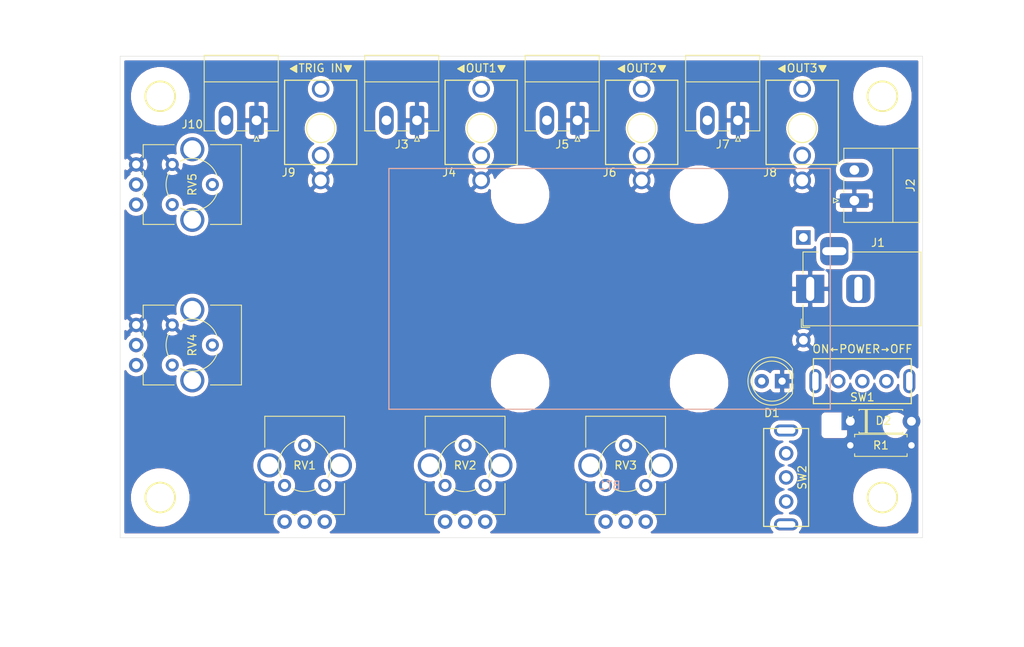
<source format=kicad_pcb>
(kicad_pcb (version 20171130) (host pcbnew "(5.1.2-1)-1")
  (layers (0 F.Cu signal hide) (31 B.Cu signal hide) (34 B.Paste user) (35 F.Paste user) (36 B.SilkS user) (37 F.SilkS user) (38 B.Mask user) (39 F.Mask user) (44 Edge.Cuts user))
  (net 0 "")
  (net 1 BAT+)
  (net 2 GND)
  (net 3 VCC)
  (net 4 "Net-(C4-Pad1)")
  (net 5 TIM1_IN)
  (net 6 "Net-(C5-Pad1)")
  (net 7 "Net-(C6-Pad1)")
  (net 8 "Net-(C7-Pad1)")
  (net 9 TIM2_IN)
  (net 10 "Net-(C8-Pad1)")
  (net 11 "Net-(C9-Pad1)")
  (net 12 "Net-(C10-Pad1)")
  (net 13 TIM3_IN)
  (net 14 "Net-(D1-Pad2)")
  (net 15 "Net-(D2-Pad2)")
  (net 16 "Net-(D4-Pad2)")
  (net 17 "Net-(D5-Pad2)")
  (net 18 "Net-(D6-Pad2)")
  (net 19 "Net-(D7-Pad2)")
  (net 20 "Net-(D8-Pad2)")
  (net 21 "Net-(J1-Pad2)")
  (net 22 "Net-(J3-Pad2)")
  (net 23 "Net-(J4-Pad3)")
  (net 24 "Net-(J5-Pad2)")
  (net 25 "Net-(J6-Pad3)")
  (net 26 "Net-(J7-Pad2)")
  (net 27 "Net-(J8-Pad3)")
  (net 28 "Net-(J10-Pad2)")
  (net 29 "Net-(J9-Pad3)")
  (net 30 555_RESET)
  (net 31 STOP_RETRIG)
  (net 32 "Net-(Q3-Pad2)")
  (net 33 TRIGGER)
  (net 34 "Net-(R21-Pad2)")
  (net 35 "Net-(R23-Pad2)")
  (net 36 "Net-(R25-Pad2)")
  (net 37 THRESH)
  (net 38 "Net-(RV4-Pad2)")
  (net 39 "Net-(RV5-Pad2)")
  (net 40 "Net-(SW1-Pad3)")
  (net 41 "Net-(C2-Pad1)")
  (net 42 "Net-(C3-Pad1)")
  (net 43 "Net-(C11-Pad2)")
  (net 44 "Net-(D3-Pad2)")
  (net 45 "Net-(Q1-Pad3)")
  (net 46 "Net-(Q2-Pad2)")
  (net 47 "Net-(R4-Pad1)")
  (net 48 "Net-(R5-Pad2)")
  (net 49 "Net-(R7-Pad2)")
  (net 50 "Net-(R11-Pad1)")
  (net 51 "Net-(R12-Pad2)")
  (net 52 "Net-(R14-Pad2)")
  (net 53 "Net-(R17-Pad2)")
  (net 54 "Net-(R18-Pad1)")
  (net 55 "Net-(R19-Pad2)")
  (net 56 "Net-(R27-Pad2)")
  (module HammerheadAudio:M3_MOUNT (layer F.Cu) (at 55 105)
    (fp_text reference H1 hide)
    (fp_text value MountingHole hide)
    (pad "" np_thru_hole circle (at 0 0) (size 3.302 3.302) (drill 3.302) (layers *.Cu *.Mask) (clearance 2))
  )
  (module HammerheadAudio:M3_MOUNT (layer F.Cu) (at 145 55)
    (fp_text reference H2 hide)
    (fp_text value MountingHole hide)
    (pad "" np_thru_hole circle (at 0 0) (size 3.302 3.302) (drill 3.302) (layers *.Cu *.Mask) (clearance 2))
  )
  (module HammerheadAudio:M3_MOUNT (layer F.Cu) (at 145 105)
    (fp_text reference H3 hide)
    (fp_text value MountingHole hide)
    (pad "" np_thru_hole circle (at 0 0) (size 3.302 3.302) (drill 3.302) (layers *.Cu *.Mask) (clearance 2))
  )
  (module HammerheadAudio:M3_MOUNT (layer F.Cu) (at 55 55)
    (fp_text reference H4 hide)
    (fp_text value MountingHole hide)
    (pad "" np_thru_hole circle (at 0 0) (size 3.302 3.302) (drill 3.302) (layers *.Cu *.Mask) (clearance 2))
  )
  (module Connector_BarrelJack:BarrelJack_Horizontal (layer F.Cu) (at 136 79 180)
    (fp_text reference J1 (at -8.45 5.75) (layer F.SilkS))
    (fp_text value 9V_JACK)
    (pad 1 thru_hole rect (at 0 0 180) (size 3.5 3.5) (drill oval 1 3) (layers *.Cu *.Mask) (net 2 GND))
    (pad 2 thru_hole roundrect (at -6 0 180) (size 3 3.5) (drill oval 1 3) (layers *.Cu *.Mask) (net 21 "Net-(J1-Pad2)"))
    (pad 3 thru_hole roundrect (at -3 4.7 180) (size 3.5 3.5) (drill oval 3 1) (layers *.Cu *.Mask) (net 1 BAT+))
  )
  (module Connector_Phoenix_MC:PhoenixContact_MC_1,5_2-G-3.81_1x02_P3.81mm_Horizontal (layer F.Cu) (at 141.5 68 90)
    (fp_text reference J2 (at 1.9 7 90) (layer F.SilkS))
    (fp_text value PWR_IN_PHNX)
    (pad 2 thru_hole oval (at 3.81 0 90) (size 1.8 3.6) (drill 1.2) (layers *.Cu *.Mask) (net 21 "Net-(J1-Pad2)"))
    (pad 1 thru_hole roundrect (at 0 0 90) (size 1.8 3.6) (drill 1.2) (layers *.Cu *.Mask) (roundrect_rratio 0.138889) (net 2 GND))
  )
  (module HammerheadAudio:PTV09_PT6_Stacked (layer F.Cu) (at 73 108 90)
    (fp_text reference RV1 (at 7 0 180) (layer F.SilkS))
    (fp_text value 1M_TIM1)
    (pad 1 thru_hole circle (at 4.5 -2.5 90) (size 1.62 1.62) (drill 0.9) (layers *.Cu *.Mask) (net 47 "Net-(R4-Pad1)"))
    (pad 3 thru_hole circle (at 4.5 2.5 90) (size 1.62 1.62) (drill 0.9) (layers *.Cu *.Mask) (net 3 VCC))
    (pad 2 thru_hole circle (at 9.5 0 90) (size 1.62 1.62) (drill 0.9) (layers *.Cu *.Mask) (net 3 VCC))
    (pad 1 thru_hole circle (at 0 -2.5 90) (size 1.8 1.8) (drill 1) (layers *.Cu *.Mask) (net 47 "Net-(R4-Pad1)"))
    (pad 2 thru_hole circle (at 0 0 90) (size 1.8 1.8) (drill 1) (layers *.Cu *.Mask) (net 3 VCC))
    (pad 3 thru_hole circle (at 0 2.5 90) (size 1.8 1.8) (drill 1) (layers *.Cu *.Mask) (net 3 VCC))
    (pad "" thru_hole circle (at 7 -4.4 90) (size 3 3) (drill 2.2) (layers *.Cu *.Mask))
    (pad "" thru_hole circle (at 7 4.4 90) (size 3 3) (drill 2.2) (layers *.Cu *.Mask))
  )
  (module HammerheadAudio:PTV09_PT6_Stacked (layer F.Cu) (at 93 108 90)
    (fp_text reference RV2 (at 7 0 180) (layer F.SilkS))
    (fp_text value 1M_TIM2)
    (pad "" thru_hole circle (at 7 4.4 90) (size 3 3) (drill 2.2) (layers *.Cu *.Mask))
    (pad "" thru_hole circle (at 7 -4.4 90) (size 3 3) (drill 2.2) (layers *.Cu *.Mask))
    (pad 3 thru_hole circle (at 0 2.5 90) (size 1.8 1.8) (drill 1) (layers *.Cu *.Mask) (net 3 VCC))
    (pad 2 thru_hole circle (at 0 0 90) (size 1.8 1.8) (drill 1) (layers *.Cu *.Mask) (net 3 VCC))
    (pad 1 thru_hole circle (at 0 -2.5 90) (size 1.8 1.8) (drill 1) (layers *.Cu *.Mask) (net 50 "Net-(R11-Pad1)"))
    (pad 2 thru_hole circle (at 9.5 0 90) (size 1.62 1.62) (drill 0.9) (layers *.Cu *.Mask) (net 3 VCC))
    (pad 3 thru_hole circle (at 4.5 2.5 90) (size 1.62 1.62) (drill 0.9) (layers *.Cu *.Mask) (net 3 VCC))
    (pad 1 thru_hole circle (at 4.5 -2.5 90) (size 1.62 1.62) (drill 0.9) (layers *.Cu *.Mask) (net 50 "Net-(R11-Pad1)"))
  )
  (module HammerheadAudio:PTV09_PT6_Stacked (layer F.Cu) (at 113 108 90)
    (fp_text reference RV3 (at 7 0 180) (layer F.SilkS))
    (fp_text value 1M_TIM3)
    (pad 1 thru_hole circle (at 4.5 -2.5 90) (size 1.62 1.62) (drill 0.9) (layers *.Cu *.Mask) (net 54 "Net-(R18-Pad1)"))
    (pad 3 thru_hole circle (at 4.5 2.5 90) (size 1.62 1.62) (drill 0.9) (layers *.Cu *.Mask) (net 3 VCC))
    (pad 2 thru_hole circle (at 9.5 0 90) (size 1.62 1.62) (drill 0.9) (layers *.Cu *.Mask) (net 3 VCC))
    (pad 1 thru_hole circle (at 0 -2.5 90) (size 1.8 1.8) (drill 1) (layers *.Cu *.Mask) (net 54 "Net-(R18-Pad1)"))
    (pad 2 thru_hole circle (at 0 0 90) (size 1.8 1.8) (drill 1) (layers *.Cu *.Mask) (net 3 VCC))
    (pad 3 thru_hole circle (at 0 2.5 90) (size 1.8 1.8) (drill 1) (layers *.Cu *.Mask) (net 3 VCC))
    (pad "" thru_hole circle (at 7 -4.4 90) (size 3 3) (drill 2.2) (layers *.Cu *.Mask))
    (pad "" thru_hole circle (at 7 4.4 90) (size 3 3) (drill 2.2) (layers *.Cu *.Mask))
  )
  (module HammerheadAudio:PTV09_PT6_Stacked (layer F.Cu) (at 52 86)
    (fp_text reference RV4 (at 7 0 270) (layer F.SilkS))
    (fp_text value 1M_THRESH)
    (pad "" thru_hole circle (at 7 4.4) (size 3 3) (drill 2.2) (layers *.Cu *.Mask))
    (pad "" thru_hole circle (at 7 -4.4) (size 3 3) (drill 2.2) (layers *.Cu *.Mask))
    (pad 3 thru_hole circle (at 0 2.5) (size 1.8 1.8) (drill 1) (layers *.Cu *.Mask) (net 3 VCC))
    (pad 2 thru_hole circle (at 0 0) (size 1.8 1.8) (drill 1) (layers *.Cu *.Mask) (net 38 "Net-(RV4-Pad2)"))
    (pad 1 thru_hole circle (at 0 -2.5) (size 1.8 1.8) (drill 1) (layers *.Cu *.Mask) (net 2 GND))
    (pad 2 thru_hole circle (at 9.5 0) (size 1.62 1.62) (drill 0.9) (layers *.Cu *.Mask) (net 38 "Net-(RV4-Pad2)"))
    (pad 3 thru_hole circle (at 4.5 2.5) (size 1.62 1.62) (drill 0.9) (layers *.Cu *.Mask) (net 3 VCC))
    (pad 1 thru_hole circle (at 4.5 -2.5) (size 1.62 1.62) (drill 0.9) (layers *.Cu *.Mask) (net 2 GND))
  )
  (module HammerheadAudio:PTV09_PT6_Stacked (layer F.Cu) (at 52 66)
    (fp_text reference RV5 (at 7 0 270) (layer F.SilkS))
    (fp_text value 1M_TRIM)
    (pad "" thru_hole circle (at 7 4.4) (size 3 3) (drill 2.2) (layers *.Cu *.Mask))
    (pad "" thru_hole circle (at 7 -4.4) (size 3 3) (drill 2.2) (layers *.Cu *.Mask))
    (pad 3 thru_hole circle (at 0 2.5) (size 1.8 1.8) (drill 1) (layers *.Cu *.Mask) (net 28 "Net-(J10-Pad2)"))
    (pad 2 thru_hole circle (at 0 0) (size 1.8 1.8) (drill 1) (layers *.Cu *.Mask) (net 39 "Net-(RV5-Pad2)"))
    (pad 1 thru_hole circle (at 0 -2.5) (size 1.8 1.8) (drill 1) (layers *.Cu *.Mask) (net 2 GND))
    (pad 2 thru_hole circle (at 9.5 0) (size 1.62 1.62) (drill 0.9) (layers *.Cu *.Mask) (net 39 "Net-(RV5-Pad2)"))
    (pad 3 thru_hole circle (at 4.5 2.5) (size 1.62 1.62) (drill 0.9) (layers *.Cu *.Mask) (net 28 "Net-(J10-Pad2)"))
    (pad 1 thru_hole circle (at 4.5 -2.5) (size 1.62 1.62) (drill 0.9) (layers *.Cu *.Mask) (net 2 GND))
  )
  (module HammerheadAudio:Tayda_Slide_SPDT (layer F.Cu) (at 142.5 90.5)
    (fp_text reference SW1 (at 0 2) (layer F.SilkS))
    (fp_text value SW_SPDT)
    (pad "" thru_hole oval (at -5.85 0) (size 1.5 3) (drill oval 0.8 2.3) (layers *.Cu *.Mask))
    (pad "" thru_hole oval (at 5.85 0) (size 1.5 3) (drill oval 0.8 2.3) (layers *.Cu *.Mask))
    (pad 3 thru_hole circle (at 3 0) (size 1.8 1.8) (drill 1.1) (layers *.Cu *.Mask) (net 40 "Net-(SW1-Pad3)"))
    (pad 2 thru_hole circle (at 0 0) (size 1.8 1.8) (drill 1.1) (layers *.Cu *.Mask) (net 21 "Net-(J1-Pad2)"))
    (pad 1 thru_hole circle (at -3 0) (size 1.8 1.8) (drill 1.1) (layers *.Cu *.Mask) (net 15 "Net-(D2-Pad2)"))
  )
  (module HammerheadAudio:Tayda_Slide_SPDT (layer F.Cu) (at 133 102.5 270)
    (fp_text reference SW2 (at 0 -2 90) (layer F.SilkS))
    (fp_text value RETRIG_MODE)
    (pad 1 thru_hole circle (at -3 0 270) (size 1.8 1.8) (drill 1.1) (layers *.Cu *.Mask) (net 5 TIM1_IN))
    (pad 2 thru_hole circle (at 0 0 270) (size 1.8 1.8) (drill 1.1) (layers *.Cu *.Mask) (net 45 "Net-(Q1-Pad3)"))
    (pad 3 thru_hole circle (at 3 0 270) (size 1.8 1.8) (drill 1.1) (layers *.Cu *.Mask) (net 46 "Net-(Q2-Pad2)"))
    (pad "" thru_hole oval (at 5.85 0 270) (size 1.5 3) (drill oval 0.8 2.3) (layers *.Cu *.Mask))
    (pad "" thru_hole oval (at -5.85 0 270) (size 1.5 3) (drill oval 0.8 2.3) (layers *.Cu *.Mask))
  )
  (module HammerheadAudio:9V_Clip_Nicer_Fixed (layer B.Cu) (at 111 79)
    (fp_text reference BT1 (at 0 24.5) (layer B.SilkS) (effects (justify mirror)))
    (fp_text value Battery)
    (pad 1 thru_hole rect (at 24.15 -6.4) (size 1.8 1.8) (drill 1.1) (layers *.Cu *.Mask) (net 1 BAT+))
    (pad 2 thru_hole circle (at 24.15 6.4) (size 1.8 1.8) (drill 1.1) (layers *.Cu *.Mask) (net 2 GND))
    (pad "" np_thru_hole circle (at 11.15 11.75) (size 3.3 3.3) (drill 3.3) (layers *.Cu *.Mask) (clearance 2))
    (pad "" np_thru_hole circle (at -11.15 11.75) (size 3.3 3.3) (drill 3.3) (layers *.Cu *.Mask) (clearance 2))
    (pad "" np_thru_hole circle (at -11.15 -11.75) (size 3.3 3.3) (drill 3.3) (layers *.Cu *.Mask) (clearance 2))
    (pad "" np_thru_hole circle (at 11.15 -11.75) (size 3.3 3.3) (drill 3.3) (layers *.Cu *.Mask) (clearance 2))
  )
  (module Capacitor_THT:CP_Radial_D6.3mm_P2.50mm (layer F.Cu) (at 242.530242 100.105001)
    (fp_text reference C1 (at 1.25 -4.4) (layer F.SilkS))
    (fp_text value 10uf)
    (pad 1 thru_hole rect (at 0 0) (size 1.6 1.6) (drill 0.8) (layers *.Cu *.Mask) (net 3 VCC))
    (pad 2 thru_hole circle (at 2.5 0) (size 1.6 1.6) (drill 0.8) (layers *.Cu *.Mask) (net 2 GND))
  )
  (module Capacitor_THT:C_Disc_D3.0mm_W2.0mm_P2.50mm (layer F.Cu) (at 253.845001 83.305001)
    (fp_text reference C2 (at 1.25 -2.25) (layer F.SilkS))
    (fp_text value 0.1uf)
    (pad 1 thru_hole circle (at 0 0) (size 1.6 1.6) (drill 0.8) (layers *.Cu *.Mask) (net 41 "Net-(C2-Pad1)"))
    (pad 2 thru_hole circle (at 2.5 0) (size 1.6 1.6) (drill 0.8) (layers *.Cu *.Mask) (net 2 GND))
  )
  (module Capacitor_THT:C_Disc_D3.0mm_W2.0mm_P2.50mm (layer F.Cu) (at 230.525001 110.105001)
    (fp_text reference C3 (at 1.25 -2.25) (layer F.SilkS))
    (fp_text value 0.1uf)
    (pad 2 thru_hole circle (at 2.5 0) (size 1.6 1.6) (drill 0.8) (layers *.Cu *.Mask) (net 5 TIM1_IN))
    (pad 1 thru_hole circle (at 0 0) (size 1.6 1.6) (drill 0.8) (layers *.Cu *.Mask) (net 42 "Net-(C3-Pad1)"))
  )
  (module Capacitor_THT:CP_Radial_D6.3mm_P2.50mm (layer F.Cu) (at 262.790242 85.455001)
    (fp_text reference C4 (at 1.25 -4.4) (layer F.SilkS))
    (fp_text value 10uf)
    (pad 2 thru_hole circle (at 2.5 0) (size 1.6 1.6) (drill 0.8) (layers *.Cu *.Mask) (net 2 GND))
    (pad 1 thru_hole rect (at 0 0) (size 1.6 1.6) (drill 0.8) (layers *.Cu *.Mask) (net 4 "Net-(C4-Pad1)"))
  )
  (module Capacitor_THT:C_Disc_D3.0mm_W2.0mm_P2.50mm (layer F.Cu) (at 283.935001 59.375001)
    (fp_text reference C5 (at 1.25 -2.25) (layer F.SilkS))
    (fp_text value 0.1uf)
    (pad 1 thru_hole circle (at 0 0) (size 1.6 1.6) (drill 0.8) (layers *.Cu *.Mask) (net 6 "Net-(C5-Pad1)"))
    (pad 2 thru_hole circle (at 2.5 0) (size 1.6 1.6) (drill 0.8) (layers *.Cu *.Mask) (net 2 GND))
  )
  (module Capacitor_THT:C_Disc_D3.0mm_W2.0mm_P2.50mm (layer F.Cu) (at 283.935001 62.925001)
    (fp_text reference C6 (at 1.25 -2.25) (layer F.SilkS))
    (fp_text value 0.1uf)
    (pad 2 thru_hole circle (at 2.5 0) (size 1.6 1.6) (drill 0.8) (layers *.Cu *.Mask) (net 9 TIM2_IN))
    (pad 1 thru_hole circle (at 0 0) (size 1.6 1.6) (drill 0.8) (layers *.Cu *.Mask) (net 7 "Net-(C6-Pad1)"))
  )
  (module Capacitor_THT:CP_Radial_D6.3mm_P2.50mm (layer F.Cu) (at 242.530242 107.955001)
    (fp_text reference C7 (at 1.25 -4.4) (layer F.SilkS))
    (fp_text value 10uf)
    (pad 1 thru_hole rect (at 0 0) (size 1.6 1.6) (drill 0.8) (layers *.Cu *.Mask) (net 8 "Net-(C7-Pad1)"))
    (pad 2 thru_hole circle (at 2.5 0) (size 1.6 1.6) (drill 0.8) (layers *.Cu *.Mask) (net 2 GND))
  )
  (module Capacitor_THT:C_Disc_D3.0mm_W2.0mm_P2.50mm (layer F.Cu) (at 283.935001 66.475001)
    (fp_text reference C8 (at 1.25 -2.25) (layer F.SilkS))
    (fp_text value 0.1uf)
    (pad 1 thru_hole circle (at 0 0) (size 1.6 1.6) (drill 0.8) (layers *.Cu *.Mask) (net 10 "Net-(C8-Pad1)"))
    (pad 2 thru_hole circle (at 2.5 0) (size 1.6 1.6) (drill 0.8) (layers *.Cu *.Mask) (net 2 GND))
  )
  (module Capacitor_THT:C_Disc_D3.0mm_W2.0mm_P2.50mm (layer F.Cu) (at 197.395001 100.395001)
    (fp_text reference C9 (at 1.25 -2.25) (layer F.SilkS))
    (fp_text value 0.1uf)
    (pad 2 thru_hole circle (at 2.5 0) (size 1.6 1.6) (drill 0.8) (layers *.Cu *.Mask) (net 13 TIM3_IN))
    (pad 1 thru_hole circle (at 0 0) (size 1.6 1.6) (drill 0.8) (layers *.Cu *.Mask) (net 11 "Net-(C9-Pad1)"))
  )
  (module Capacitor_THT:CP_Radial_D6.3mm_P2.50mm (layer F.Cu) (at 252.020242 93.555001)
    (fp_text reference C10 (at 1.25 -4.4) (layer F.SilkS))
    (fp_text value 10uf)
    (pad 2 thru_hole circle (at 2.5 0) (size 1.6 1.6) (drill 0.8) (layers *.Cu *.Mask) (net 2 GND))
    (pad 1 thru_hole rect (at 0 0) (size 1.6 1.6) (drill 0.8) (layers *.Cu *.Mask) (net 12 "Net-(C10-Pad1)"))
  )
  (module Capacitor_THT:C_Disc_D3.0mm_W2.0mm_P2.50mm (layer F.Cu) (at 277.035001 78.505001)
    (fp_text reference C11 (at 1.25 -2.25) (layer F.SilkS))
    (fp_text value 0.1uf)
    (pad 1 thru_hole circle (at 0 0) (size 1.6 1.6) (drill 0.8) (layers *.Cu *.Mask) (net 3 VCC))
    (pad 2 thru_hole circle (at 2.5 0) (size 1.6 1.6) (drill 0.8) (layers *.Cu *.Mask) (net 43 "Net-(C11-Pad2)"))
  )
  (module LED_THT:LED_D5.0mm (layer F.Cu) (at 132.5 90.5 180)
    (fp_text reference D1 (at 1.27 -3.96) (layer F.SilkS))
    (fp_text value PWR_IND)
    (pad 2 thru_hole circle (at 2.54 0 180) (size 1.8 1.8) (drill 0.9) (layers *.Cu *.Mask) (net 14 "Net-(D1-Pad2)"))
    (pad 1 thru_hole rect (at 0 0 180) (size 1.8 1.8) (drill 0.9) (layers *.Cu *.Mask) (net 2 GND))
  )
  (module Diode_THT:D_DO-41_SOD81_P7.62mm_Horizontal (layer F.Cu) (at 141 95.5)
    (fp_text reference D2 (at 4.124999 -0.075001) (layer F.SilkS))
    (fp_text value 1N4001)
    (fp_text user K (at 0 -0.075001) (layer F.SilkS))
    (pad 1 thru_hole rect (at 0 0) (size 2.2 2.2) (drill 1.1) (layers *.Cu *.Mask) (net 3 VCC))
    (pad 2 thru_hole oval (at 7.62 0) (size 2.2 2.2) (drill 1.1) (layers *.Cu *.Mask) (net 15 "Net-(D2-Pad2)"))
  )
  (module LED_THT:LED_D5.0mm (layer F.Cu) (at 270.435001 82.075001)
    (fp_text reference D3 (at 1.27 -3.96) (layer F.SilkS))
    (fp_text value TIM1_IND)
    (pad 1 thru_hole rect (at 0 0) (size 1.8 1.8) (drill 0.9) (layers *.Cu *.Mask) (net 2 GND))
    (pad 2 thru_hole circle (at 2.54 0) (size 1.8 1.8) (drill 0.9) (layers *.Cu *.Mask) (net 44 "Net-(D3-Pad2)"))
  )
  (module LED_THT:LED_D5.0mm (layer F.Cu) (at 259.665001 93.405001)
    (fp_text reference D4 (at 1.27 -3.96) (layer F.SilkS))
    (fp_text value TIM2_IND)
    (pad 1 thru_hole rect (at 0 0) (size 1.8 1.8) (drill 0.9) (layers *.Cu *.Mask) (net 2 GND))
    (pad 2 thru_hole circle (at 2.54 0) (size 1.8 1.8) (drill 0.9) (layers *.Cu *.Mask) (net 16 "Net-(D4-Pad2)"))
  )
  (module LED_THT:LED_D5.0mm (layer F.Cu) (at 276.685001 72.955001)
    (fp_text reference D5 (at 1.27 -3.96) (layer F.SilkS))
    (fp_text value TIM3_IND)
    (pad 2 thru_hole circle (at 2.54 0) (size 1.8 1.8) (drill 0.9) (layers *.Cu *.Mask) (net 17 "Net-(D5-Pad2)"))
    (pad 1 thru_hole rect (at 0 0) (size 1.8 1.8) (drill 0.9) (layers *.Cu *.Mask) (net 2 GND))
  )
  (module LED_THT:LED_D5.0mm (layer F.Cu) (at 257.675001 101.255001)
    (fp_text reference D6 (at 1.27 -3.96) (layer F.SilkS))
    (fp_text value THRESH_IND)
    (pad 1 thru_hole rect (at 0 0) (size 1.8 1.8) (drill 0.9) (layers *.Cu *.Mask) (net 2 GND))
    (pad 2 thru_hole circle (at 2.54 0) (size 1.8 1.8) (drill 0.9) (layers *.Cu *.Mask) (net 18 "Net-(D6-Pad2)"))
  )
  (module LED_THT:LED_D5.0mm (layer F.Cu) (at 250.175001 108.805001)
    (fp_text reference D7 (at 1.27 -3.96) (layer F.SilkS))
    (fp_text value INPUT_IND)
    (pad 2 thru_hole circle (at 2.54 0) (size 1.8 1.8) (drill 0.9) (layers *.Cu *.Mask) (net 19 "Net-(D7-Pad2)"))
    (pad 1 thru_hole rect (at 0 0) (size 1.8 1.8) (drill 0.9) (layers *.Cu *.Mask) (net 2 GND))
  )
  (module LED_THT:LED_D5.0mm (layer F.Cu) (at 250.175001 101.255001)
    (fp_text reference D8 (at 1.27 -3.96) (layer F.SilkS))
    (fp_text value TRIG_IND)
    (pad 1 thru_hole rect (at 0 0) (size 1.8 1.8) (drill 0.9) (layers *.Cu *.Mask) (net 2 GND))
    (pad 2 thru_hole circle (at 2.54 0) (size 1.8 1.8) (drill 0.9) (layers *.Cu *.Mask) (net 20 "Net-(D8-Pad2)"))
  )
  (module Diode_THT:D_DO-35_SOD27_P7.62mm_Horizontal (layer F.Cu) (at 208.985001 105.925001)
    (fp_text reference D9 (at 4.014999 0.074999) (layer F.SilkS))
    (fp_text value 1N914)
    (fp_text user K (at 0 0.074999) (layer F.SilkS))
    (pad 1 thru_hole rect (at 0 0) (size 1.6 1.6) (drill 0.8) (layers *.Cu *.Mask) (net 43 "Net-(C11-Pad2)"))
    (pad 2 thru_hole oval (at 7.62 0) (size 1.6 1.6) (drill 0.8) (layers *.Cu *.Mask) (net 2 GND))
  )
  (module Connector_Phoenix_MC:PhoenixContact_MC_1,5_2-G-3.81_1x02_P3.81mm_Horizontal (layer F.Cu) (at 87 58 180)
    (fp_text reference J3 (at 1.9 -3) (layer F.SilkS))
    (fp_text value OUT1_PHNX)
    (pad 2 thru_hole oval (at 3.81 0 180) (size 1.8 3.6) (drill 1.2) (layers *.Cu *.Mask) (net 22 "Net-(J3-Pad2)"))
    (pad 1 thru_hole roundrect (at 0 0 180) (size 1.8 3.6) (drill 1.2) (layers *.Cu *.Mask) (roundrect_rratio 0.138889) (net 2 GND))
  )
  (module HammerheadAudio:EuroJack_MonoSW_THT (layer F.Cu) (at 95 59)
    (fp_text reference J4 (at -4 5.5) (layer F.SilkS))
    (fp_text value OUT1_3.5mm)
    (pad 2 thru_hole circle (at 0 6.48) (size 2.2 2.2) (drill 1.5) (layers *.Cu *.Mask) (net 2 GND))
    (pad 3 thru_hole circle (at 0 3.38) (size 2.2 2.2) (drill 1.5) (layers *.Cu *.Mask) (net 23 "Net-(J4-Pad3)"))
    (pad 1 thru_hole circle (at 0 -4.92) (size 2.2 2.2) (drill 1.5) (layers *.Cu *.Mask) (net 22 "Net-(J3-Pad2)"))
    (pad "" np_thru_hole circle (at 0 0) (size 3 3) (drill 3) (layers *.Cu *.Mask))
  )
  (module Connector_Phoenix_MC:PhoenixContact_MC_1,5_2-G-3.81_1x02_P3.81mm_Horizontal (layer F.Cu) (at 107 58 180)
    (fp_text reference J5 (at 1.9 -3) (layer F.SilkS))
    (fp_text value OUT2_PHNX)
    (pad 1 thru_hole roundrect (at 0 0 180) (size 1.8 3.6) (drill 1.2) (layers *.Cu *.Mask) (roundrect_rratio 0.138889) (net 2 GND))
    (pad 2 thru_hole oval (at 3.81 0 180) (size 1.8 3.6) (drill 1.2) (layers *.Cu *.Mask) (net 24 "Net-(J5-Pad2)"))
  )
  (module HammerheadAudio:EuroJack_MonoSW_THT (layer F.Cu) (at 115 59)
    (fp_text reference J6 (at -4 5.5) (layer F.SilkS))
    (fp_text value OUT2_3.5mm)
    (pad "" np_thru_hole circle (at 0 0) (size 3 3) (drill 3) (layers *.Cu *.Mask))
    (pad 1 thru_hole circle (at 0 -4.92) (size 2.2 2.2) (drill 1.5) (layers *.Cu *.Mask) (net 24 "Net-(J5-Pad2)"))
    (pad 3 thru_hole circle (at 0 3.38) (size 2.2 2.2) (drill 1.5) (layers *.Cu *.Mask) (net 25 "Net-(J6-Pad3)"))
    (pad 2 thru_hole circle (at 0 6.48) (size 2.2 2.2) (drill 1.5) (layers *.Cu *.Mask) (net 2 GND))
  )
  (module Connector_Phoenix_MC:PhoenixContact_MC_1,5_2-G-3.81_1x02_P3.81mm_Horizontal (layer F.Cu) (at 127 58 180)
    (fp_text reference J7 (at 1.9 -3) (layer F.SilkS))
    (fp_text value OUT3_PHNX)
    (pad 2 thru_hole oval (at 3.81 0 180) (size 1.8 3.6) (drill 1.2) (layers *.Cu *.Mask) (net 26 "Net-(J7-Pad2)"))
    (pad 1 thru_hole roundrect (at 0 0 180) (size 1.8 3.6) (drill 1.2) (layers *.Cu *.Mask) (roundrect_rratio 0.138889) (net 2 GND))
  )
  (module HammerheadAudio:EuroJack_MonoSW_THT (layer F.Cu) (at 135 59)
    (fp_text reference J8 (at -4 5.5) (layer F.SilkS))
    (fp_text value OUT3_3.5mm)
    (pad 2 thru_hole circle (at 0 6.48) (size 2.2 2.2) (drill 1.5) (layers *.Cu *.Mask) (net 2 GND))
    (pad 3 thru_hole circle (at 0 3.38) (size 2.2 2.2) (drill 1.5) (layers *.Cu *.Mask) (net 27 "Net-(J8-Pad3)"))
    (pad 1 thru_hole circle (at 0 -4.92) (size 2.2 2.2) (drill 1.5) (layers *.Cu *.Mask) (net 26 "Net-(J7-Pad2)"))
    (pad "" np_thru_hole circle (at 0 0) (size 3 3) (drill 3) (layers *.Cu *.Mask))
  )
  (module HammerheadAudio:EuroJack_MonoSW_THT (layer F.Cu) (at 75 59)
    (fp_text reference J9 (at -4 5.5) (layer F.SilkS))
    (fp_text value TRIGGER_3.5mm)
    (pad "" np_thru_hole circle (at 0 0) (size 3 3) (drill 3) (layers *.Cu *.Mask))
    (pad 1 thru_hole circle (at 0 -4.92) (size 2.2 2.2) (drill 1.5) (layers *.Cu *.Mask) (net 28 "Net-(J10-Pad2)"))
    (pad 3 thru_hole circle (at 0 3.38) (size 2.2 2.2) (drill 1.5) (layers *.Cu *.Mask) (net 29 "Net-(J9-Pad3)"))
    (pad 2 thru_hole circle (at 0 6.48) (size 2.2 2.2) (drill 1.5) (layers *.Cu *.Mask) (net 2 GND))
  )
  (module Connector_Phoenix_MC:PhoenixContact_MC_1,5_2-G-3.81_1x02_P3.81mm_Horizontal (layer F.Cu) (at 67 58 180)
    (fp_text reference J10 (at 8 -0.5) (layer F.SilkS))
    (fp_text value Trigger_PHNX)
    (pad 1 thru_hole roundrect (at 0 0 180) (size 1.8 3.6) (drill 1.2) (layers *.Cu *.Mask) (roundrect_rratio 0.138889) (net 2 GND))
    (pad 2 thru_hole oval (at 3.81 0 180) (size 1.8 3.6) (drill 1.2) (layers *.Cu *.Mask) (net 28 "Net-(J10-Pad2)"))
  )
  (module Package_TO_SOT_THT:TO-92_Inline_Wide (layer F.Cu) (at 275.745001 66.645001)
    (fp_text reference Q1 (at 2.54 -3.56) (layer F.SilkS))
    (fp_text value 2N3904)
    (pad 2 thru_hole circle (at 2.54 0 90) (size 1.5 1.5) (drill 0.8) (layers *.Cu *.Mask) (net 31 STOP_RETRIG))
    (pad 3 thru_hole circle (at 5.08 0 90) (size 1.5 1.5) (drill 0.8) (layers *.Cu *.Mask) (net 45 "Net-(Q1-Pad3)"))
    (pad 1 thru_hole rect (at 0 0 90) (size 1.5 1.5) (drill 0.8) (layers *.Cu *.Mask) (net 2 GND))
  )
  (module Package_TO_SOT_THT:TO-92_Inline_Wide (layer F.Cu) (at 275.745001 60.855001)
    (fp_text reference Q2 (at 2.54 -3.56) (layer F.SilkS))
    (fp_text value 2N3904)
    (pad 1 thru_hole rect (at 0 0 90) (size 1.5 1.5) (drill 0.8) (layers *.Cu *.Mask) (net 2 GND))
    (pad 3 thru_hole circle (at 5.08 0 90) (size 1.5 1.5) (drill 0.8) (layers *.Cu *.Mask) (net 5 TIM1_IN))
    (pad 2 thru_hole circle (at 2.54 0 90) (size 1.5 1.5) (drill 0.8) (layers *.Cu *.Mask) (net 46 "Net-(Q2-Pad2)"))
  )
  (module Package_TO_SOT_THT:TO-92_Inline_Wide (layer F.Cu) (at 197.355001 96.085001)
    (fp_text reference Q3 (at 2.54 -3.56) (layer F.SilkS))
    (fp_text value 2N3904)
    (pad 2 thru_hole circle (at 2.54 0 90) (size 1.5 1.5) (drill 0.8) (layers *.Cu *.Mask) (net 32 "Net-(Q3-Pad2)"))
    (pad 3 thru_hole circle (at 5.08 0 90) (size 1.5 1.5) (drill 0.8) (layers *.Cu *.Mask) (net 30 555_RESET))
    (pad 1 thru_hole rect (at 0 0 90) (size 1.5 1.5) (drill 0.8) (layers *.Cu *.Mask) (net 2 GND))
  )
  (module HammerheadAudio:R_THT_P7.62 (layer F.Cu) (at 141 98.5)
    (fp_text reference R1 (at 3.81 0) (layer F.SilkS))
    (fp_text value 220)
    (pad 2 thru_hole oval (at 7.62 0) (size 1.6 1.6) (drill 0.8) (layers *.Cu *.Mask) (net 14 "Net-(D1-Pad2)"))
    (pad 1 thru_hole circle (at 0 0) (size 1.6 1.6) (drill 0.8) (layers *.Cu *.Mask) (net 3 VCC))
  )
  (module HammerheadAudio:R_THT_P7.62 (layer F.Cu) (at 243.075001 83.555001)
    (fp_text reference R2 (at 3.81 0) (layer F.SilkS))
    (fp_text value 100k)
    (pad 1 thru_hole circle (at 0 0) (size 1.6 1.6) (drill 0.8) (layers *.Cu *.Mask) (net 3 VCC))
    (pad 2 thru_hole oval (at 7.62 0) (size 1.6 1.6) (drill 0.8) (layers *.Cu *.Mask) (net 42 "Net-(C3-Pad1)"))
  )
  (module HammerheadAudio:R_THT_P7.62 (layer F.Cu) (at 229.165001 98.205001)
    (fp_text reference R3 (at 3.81 0) (layer F.SilkS))
    (fp_text value 100k)
    (pad 2 thru_hole oval (at 7.62 0) (size 1.6 1.6) (drill 0.8) (layers *.Cu *.Mask) (net 9 TIM2_IN))
    (pad 1 thru_hole circle (at 0 0) (size 1.6 1.6) (drill 0.8) (layers *.Cu *.Mask) (net 31 STOP_RETRIG))
  )
  (module HammerheadAudio:R_THT_P7.62 (layer F.Cu) (at 187.445001 109.505001)
    (fp_text reference R4 (at 3.81 0) (layer F.SilkS))
    (fp_text value 4.7k)
    (pad 1 thru_hole circle (at 0 0) (size 1.6 1.6) (drill 0.8) (layers *.Cu *.Mask) (net 47 "Net-(R4-Pad1)"))
    (pad 2 thru_hole oval (at 7.62 0) (size 1.6 1.6) (drill 0.8) (layers *.Cu *.Mask) (net 4 "Net-(C4-Pad1)"))
  )
  (module HammerheadAudio:R_THT_P7.62 (layer F.Cu) (at 219.755001 102.525001)
    (fp_text reference R5 (at 3.81 0) (layer F.SilkS))
    (fp_text value 10k)
    (pad 2 thru_hole oval (at 7.62 0) (size 1.6 1.6) (drill 0.8) (layers *.Cu *.Mask) (net 48 "Net-(R5-Pad2)"))
    (pad 1 thru_hole circle (at 0 0) (size 1.6 1.6) (drill 0.8) (layers *.Cu *.Mask) (net 3 VCC))
  )
  (module HammerheadAudio:R_THT_P7.62 (layer F.Cu) (at 219.755001 106.575001)
    (fp_text reference R6 (at 3.81 0) (layer F.SilkS))
    (fp_text value 10k)
    (pad 1 thru_hole circle (at 0 0) (size 1.6 1.6) (drill 0.8) (layers *.Cu *.Mask) (net 2 GND))
    (pad 2 thru_hole oval (at 7.62 0) (size 1.6 1.6) (drill 0.8) (layers *.Cu *.Mask) (net 48 "Net-(R5-Pad2)"))
  )
  (module HammerheadAudio:R_THT_P7.62 (layer F.Cu) (at 254.165001 75.455001)
    (fp_text reference R7 (at 3.81 0) (layer F.SilkS))
    (fp_text value 220)
    (pad 2 thru_hole oval (at 7.62 0) (size 1.6 1.6) (drill 0.8) (layers *.Cu *.Mask) (net 49 "Net-(R7-Pad2)"))
    (pad 1 thru_hole circle (at 0 0) (size 1.6 1.6) (drill 0.8) (layers *.Cu *.Mask) (net 44 "Net-(D3-Pad2)"))
  )
  (module HammerheadAudio:R_THT_P7.62 (layer F.Cu) (at 265.015001 59.625001)
    (fp_text reference R8 (at 3.81 0) (layer F.SilkS))
    (fp_text value 1k)
    (pad 1 thru_hole circle (at 0 0) (size 1.6 1.6) (drill 0.8) (layers *.Cu *.Mask) (net 49 "Net-(R7-Pad2)"))
    (pad 2 thru_hole oval (at 7.62 0) (size 1.6 1.6) (drill 0.8) (layers *.Cu *.Mask) (net 22 "Net-(J3-Pad2)"))
  )
  (module HammerheadAudio:R_THT_P7.62 (layer F.Cu) (at 198.215001 106.175001)
    (fp_text reference R9 (at 3.81 0) (layer F.SilkS))
    (fp_text value 100k)
    (pad 2 thru_hole oval (at 7.62 0) (size 1.6 1.6) (drill 0.8) (layers *.Cu *.Mask) (net 7 "Net-(C6-Pad1)"))
    (pad 1 thru_hole circle (at 0 0) (size 1.6 1.6) (drill 0.8) (layers *.Cu *.Mask) (net 3 VCC))
  )
  (module HammerheadAudio:R_THT_P7.62 (layer F.Cu) (at 265.015001 63.675001)
    (fp_text reference R10 (at 3.81 0) (layer F.SilkS))
    (fp_text value 100k)
    (pad 1 thru_hole circle (at 0 0) (size 1.6 1.6) (drill 0.8) (layers *.Cu *.Mask) (net 31 STOP_RETRIG))
    (pad 2 thru_hole oval (at 7.62 0) (size 1.6 1.6) (drill 0.8) (layers *.Cu *.Mask) (net 13 TIM3_IN))
  )
  (module HammerheadAudio:R_THT_P7.62 (layer F.Cu) (at 219.755001 110.625001)
    (fp_text reference R11 (at 3.81 0) (layer F.SilkS))
    (fp_text value 4.7k)
    (pad 1 thru_hole circle (at 0 0) (size 1.6 1.6) (drill 0.8) (layers *.Cu *.Mask) (net 50 "Net-(R11-Pad1)"))
    (pad 2 thru_hole oval (at 7.62 0) (size 1.6 1.6) (drill 0.8) (layers *.Cu *.Mask) (net 8 "Net-(C7-Pad1)"))
  )
  (module HammerheadAudio:R_THT_P7.62 (layer F.Cu) (at 240.015001 94.155001)
    (fp_text reference R12 (at 3.81 0) (layer F.SilkS))
    (fp_text value 10k)
    (pad 2 thru_hole oval (at 7.62 0) (size 1.6 1.6) (drill 0.8) (layers *.Cu *.Mask) (net 51 "Net-(R12-Pad2)"))
    (pad 1 thru_hole circle (at 0 0) (size 1.6 1.6) (drill 0.8) (layers *.Cu *.Mask) (net 3 VCC))
  )
  (module HammerheadAudio:R_THT_P7.62 (layer F.Cu) (at 229.245001 90.105001)
    (fp_text reference R13 (at 3.81 0) (layer F.SilkS))
    (fp_text value 10k)
    (pad 1 thru_hole circle (at 0 0) (size 1.6 1.6) (drill 0.8) (layers *.Cu *.Mask) (net 2 GND))
    (pad 2 thru_hole oval (at 7.62 0) (size 1.6 1.6) (drill 0.8) (layers *.Cu *.Mask) (net 51 "Net-(R12-Pad2)"))
  )
  (module HammerheadAudio:R_THT_P7.62 (layer F.Cu) (at 253.845001 79.505001)
    (fp_text reference R14 (at 3.81 0) (layer F.SilkS))
    (fp_text value 220)
    (pad 2 thru_hole oval (at 7.62 0) (size 1.6 1.6) (drill 0.8) (layers *.Cu *.Mask) (net 52 "Net-(R14-Pad2)"))
    (pad 1 thru_hole circle (at 0 0) (size 1.6 1.6) (drill 0.8) (layers *.Cu *.Mask) (net 16 "Net-(D4-Pad2)"))
  )
  (module HammerheadAudio:R_THT_P7.62 (layer F.Cu) (at 230.525001 102.255001)
    (fp_text reference R15 (at 3.81 0) (layer F.SilkS))
    (fp_text value 1k)
    (pad 1 thru_hole circle (at 0 0) (size 1.6 1.6) (drill 0.8) (layers *.Cu *.Mask) (net 52 "Net-(R14-Pad2)"))
    (pad 2 thru_hole oval (at 7.62 0) (size 1.6 1.6) (drill 0.8) (layers *.Cu *.Mask) (net 24 "Net-(J5-Pad2)"))
  )
  (module HammerheadAudio:R_THT_P7.62 (layer F.Cu) (at 250.785001 87.605001)
    (fp_text reference R16 (at 3.81 0) (layer F.SilkS))
    (fp_text value 100k)
    (pad 2 thru_hole oval (at 7.62 0) (size 1.6 1.6) (drill 0.8) (layers *.Cu *.Mask) (net 11 "Net-(C9-Pad1)"))
    (pad 1 thru_hole circle (at 0 0) (size 1.6 1.6) (drill 0.8) (layers *.Cu *.Mask) (net 3 VCC))
  )
  (module HammerheadAudio:R_THT_P7.62 (layer F.Cu) (at 230.525001 106.305001)
    (fp_text reference R17 (at 3.81 0) (layer F.SilkS))
    (fp_text value 100k)
    (pad 2 thru_hole oval (at 7.62 0) (size 1.6 1.6) (drill 0.8) (layers *.Cu *.Mask) (net 53 "Net-(R17-Pad2)"))
    (pad 1 thru_hole circle (at 0 0) (size 1.6 1.6) (drill 0.8) (layers *.Cu *.Mask) (net 31 STOP_RETRIG))
  )
  (module HammerheadAudio:R_THT_P7.62 (layer F.Cu) (at 240.015001 90.105001)
    (fp_text reference R18 (at 3.81 0) (layer F.SilkS))
    (fp_text value 4.7k)
    (pad 2 thru_hole oval (at 7.62 0) (size 1.6 1.6) (drill 0.8) (layers *.Cu *.Mask) (net 12 "Net-(C10-Pad1)"))
    (pad 1 thru_hole circle (at 0 0) (size 1.6 1.6) (drill 0.8) (layers *.Cu *.Mask) (net 54 "Net-(R18-Pad1)"))
  )
  (module HammerheadAudio:R_THT_P7.62 (layer F.Cu) (at 254.245001 67.325001)
    (fp_text reference R19 (at 3.81 0) (layer F.SilkS))
    (fp_text value 10k)
    (pad 2 thru_hole oval (at 7.62 0) (size 1.6 1.6) (drill 0.8) (layers *.Cu *.Mask) (net 55 "Net-(R19-Pad2)"))
    (pad 1 thru_hole circle (at 0 0) (size 1.6 1.6) (drill 0.8) (layers *.Cu *.Mask) (net 3 VCC))
  )
  (module HammerheadAudio:R_THT_P7.62 (layer F.Cu) (at 243.075001 79.505001)
    (fp_text reference R20 (at 3.81 0) (layer F.SilkS))
    (fp_text value 10k)
    (pad 1 thru_hole circle (at 0 0) (size 1.6 1.6) (drill 0.8) (layers *.Cu *.Mask) (net 2 GND))
    (pad 2 thru_hole oval (at 7.62 0) (size 1.6 1.6) (drill 0.8) (layers *.Cu *.Mask) (net 55 "Net-(R19-Pad2)"))
  )
  (module HammerheadAudio:R_THT_P7.62 (layer F.Cu) (at 254.245001 63.275001)
    (fp_text reference R21 (at 3.81 0) (layer F.SilkS))
    (fp_text value 220)
    (pad 2 thru_hole oval (at 7.62 0) (size 1.6 1.6) (drill 0.8) (layers *.Cu *.Mask) (net 34 "Net-(R21-Pad2)"))
    (pad 1 thru_hole circle (at 0 0) (size 1.6 1.6) (drill 0.8) (layers *.Cu *.Mask) (net 17 "Net-(D5-Pad2)"))
  )
  (module HammerheadAudio:R_THT_P7.62 (layer F.Cu) (at 265.015001 67.725001)
    (fp_text reference R22 (at 3.81 0) (layer F.SilkS))
    (fp_text value 1k)
    (pad 1 thru_hole circle (at 0 0) (size 1.6 1.6) (drill 0.8) (layers *.Cu *.Mask) (net 34 "Net-(R21-Pad2)"))
    (pad 2 thru_hole oval (at 7.62 0) (size 1.6 1.6) (drill 0.8) (layers *.Cu *.Mask) (net 26 "Net-(J7-Pad2)"))
  )
  (module HammerheadAudio:R_THT_P7.62 (layer F.Cu) (at 275.165001 55.575001)
    (fp_text reference R23 (at 3.81 0) (layer F.SilkS))
    (fp_text value 220)
    (pad 1 thru_hole circle (at 0 0) (size 1.6 1.6) (drill 0.8) (layers *.Cu *.Mask) (net 18 "Net-(D6-Pad2)"))
    (pad 2 thru_hole oval (at 7.62 0) (size 1.6 1.6) (drill 0.8) (layers *.Cu *.Mask) (net 35 "Net-(R23-Pad2)"))
  )
  (module HammerheadAudio:R_THT_P7.62 (layer F.Cu) (at 275.165001 51.525001)
    (fp_text reference R24 (at 3.81 0) (layer F.SilkS))
    (fp_text value 1k)
    (pad 2 thru_hole oval (at 7.62 0) (size 1.6 1.6) (drill 0.8) (layers *.Cu *.Mask) (net 37 THRESH))
    (pad 1 thru_hole circle (at 0 0) (size 1.6 1.6) (drill 0.8) (layers *.Cu *.Mask) (net 35 "Net-(R23-Pad2)"))
  )
  (module HammerheadAudio:R_THT_P7.62 (layer F.Cu) (at 229.245001 94.155001)
    (fp_text reference R25 (at 3.81 0) (layer F.SilkS))
    (fp_text value 220)
    (pad 1 thru_hole circle (at 0 0) (size 1.6 1.6) (drill 0.8) (layers *.Cu *.Mask) (net 19 "Net-(D7-Pad2)"))
    (pad 2 thru_hole oval (at 7.62 0) (size 1.6 1.6) (drill 0.8) (layers *.Cu *.Mask) (net 36 "Net-(R25-Pad2)"))
  )
  (module HammerheadAudio:R_THT_P7.62 (layer F.Cu) (at 264.395001 55.575001)
    (fp_text reference R26 (at 3.81 0) (layer F.SilkS))
    (fp_text value 1k)
    (pad 2 thru_hole oval (at 7.62 0) (size 1.6 1.6) (drill 0.8) (layers *.Cu *.Mask) (net 33 TRIGGER))
    (pad 1 thru_hole circle (at 0 0) (size 1.6 1.6) (drill 0.8) (layers *.Cu *.Mask) (net 36 "Net-(R25-Pad2)"))
  )
  (module HammerheadAudio:R_THT_P7.62 (layer F.Cu) (at 218.395001 98.475001)
    (fp_text reference R27 (at 3.81 0) (layer F.SilkS))
    (fp_text value 220)
    (pad 1 thru_hole circle (at 0 0) (size 1.6 1.6) (drill 0.8) (layers *.Cu *.Mask) (net 20 "Net-(D8-Pad2)"))
    (pad 2 thru_hole oval (at 7.62 0) (size 1.6 1.6) (drill 0.8) (layers *.Cu *.Mask) (net 56 "Net-(R27-Pad2)"))
  )
  (module HammerheadAudio:R_THT_P7.62 (layer F.Cu) (at 218.395001 94.425001)
    (fp_text reference R28 (at 3.81 0) (layer F.SilkS))
    (fp_text value 1k)
    (pad 2 thru_hole oval (at 7.62 0) (size 1.6 1.6) (drill 0.8) (layers *.Cu *.Mask) (net 33 TRIGGER))
    (pad 1 thru_hole circle (at 0 0) (size 1.6 1.6) (drill 0.8) (layers *.Cu *.Mask) (net 56 "Net-(R27-Pad2)"))
  )
  (module HammerheadAudio:R_THT_P7.62 (layer F.Cu) (at 264.395001 51.525001)
    (fp_text reference R29 (at 3.81 0) (layer F.SilkS))
    (fp_text value 1k)
    (pad 1 thru_hole circle (at 0 0) (size 1.6 1.6) (drill 0.8) (layers *.Cu *.Mask) (net 46 "Net-(Q2-Pad2)"))
    (pad 2 thru_hole oval (at 7.62 0) (size 1.6 1.6) (drill 0.8) (layers *.Cu *.Mask) (net 33 TRIGGER))
  )
  (module HammerheadAudio:R_THT_P7.62 (layer F.Cu) (at 208.985001 109.725001)
    (fp_text reference R30 (at 3.81 0) (layer F.SilkS))
    (fp_text value 1k)
    (pad 1 thru_hole circle (at 0 0) (size 1.6 1.6) (drill 0.8) (layers *.Cu *.Mask) (net 5 TIM1_IN))
    (pad 2 thru_hole oval (at 7.62 0) (size 1.6 1.6) (drill 0.8) (layers *.Cu *.Mask) (net 3 VCC))
  )
  (module HammerheadAudio:R_THT_P7.62 (layer F.Cu) (at 243.395001 75.455001)
    (fp_text reference R31 (at 3.81 0) (layer F.SilkS))
    (fp_text value 100k)
    (pad 1 thru_hole circle (at 0 0) (size 1.6 1.6) (drill 0.8) (layers *.Cu *.Mask) (net 32 "Net-(Q3-Pad2)"))
    (pad 2 thru_hole oval (at 7.62 0) (size 1.6 1.6) (drill 0.8) (layers *.Cu *.Mask) (net 43 "Net-(C11-Pad2)"))
  )
  (module HammerheadAudio:R_THT_P7.62 (layer F.Cu) (at 198.215001 110.225001)
    (fp_text reference R32 (at 3.81 0) (layer F.SilkS))
    (fp_text value 10k)
    (pad 2 thru_hole oval (at 7.62 0) (size 1.6 1.6) (drill 0.8) (layers *.Cu *.Mask) (net 30 555_RESET))
    (pad 1 thru_hole circle (at 0 0) (size 1.6 1.6) (drill 0.8) (layers *.Cu *.Mask) (net 3 VCC))
  )
  (module Button_Switch_THT:SW_PUSH_6mm (layer F.Cu) (at 265.465001 71.775001)
    (fp_text reference SW3 (at 3.25 -2) (layer F.SilkS))
    (fp_text value Manual_Trigger)
    (pad 2 thru_hole circle (at 0 4.5 90) (size 2 2) (drill 1.1) (layers *.Cu *.Mask) (net 2 GND))
    (pad 1 thru_hole circle (at 0 0 90) (size 2 2) (drill 1.1) (layers *.Cu *.Mask) (net 5 TIM1_IN))
    (pad 2 thru_hole circle (at 6.5 4.5 90) (size 2 2) (drill 1.1) (layers *.Cu *.Mask) (net 2 GND))
    (pad 1 thru_hole circle (at 6.5 0 90) (size 2 2) (drill 1.1) (layers *.Cu *.Mask) (net 5 TIM1_IN))
  )
  (module Package_DIP:DIP-8_W7.62mm (layer F.Cu) (at 243.445001 63.755001)
    (fp_text reference U1 (at 3.81 -2.33) (layer F.SilkS))
    (fp_text value LM358)
    (pad 8 thru_hole oval (at 7.62 0) (size 1.6 1.6) (drill 0.8) (layers *.Cu *.Mask) (net 3 VCC))
    (pad 4 thru_hole oval (at 0 7.62) (size 1.6 1.6) (drill 0.8) (layers *.Cu *.Mask) (net 2 GND))
    (pad 7 thru_hole oval (at 7.62 2.54) (size 1.6 1.6) (drill 0.8) (layers *.Cu *.Mask) (net 52 "Net-(R14-Pad2)"))
    (pad 3 thru_hole oval (at 0 5.08) (size 1.6 1.6) (drill 0.8) (layers *.Cu *.Mask) (net 9 TIM2_IN))
    (pad 6 thru_hole oval (at 7.62 5.08) (size 1.6 1.6) (drill 0.8) (layers *.Cu *.Mask) (net 51 "Net-(R12-Pad2)"))
    (pad 2 thru_hole oval (at 0 2.54) (size 1.6 1.6) (drill 0.8) (layers *.Cu *.Mask) (net 48 "Net-(R5-Pad2)"))
    (pad 5 thru_hole oval (at 7.62 7.62) (size 1.6 1.6) (drill 0.8) (layers *.Cu *.Mask) (net 13 TIM3_IN))
    (pad 1 thru_hole rect (at 0 0) (size 1.6 1.6) (drill 0.8) (layers *.Cu *.Mask) (net 49 "Net-(R7-Pad2)"))
  )
  (module Package_DIP:DIP-8_W7.62mm (layer F.Cu) (at 253.595001 51.575001)
    (fp_text reference U2 (at 3.81 -2.33) (layer F.SilkS))
    (fp_text value LM358)
    (pad 8 thru_hole oval (at 7.62 0) (size 1.6 1.6) (drill 0.8) (layers *.Cu *.Mask) (net 3 VCC))
    (pad 4 thru_hole oval (at 0 7.62) (size 1.6 1.6) (drill 0.8) (layers *.Cu *.Mask) (net 2 GND))
    (pad 7 thru_hole oval (at 7.62 2.54) (size 1.6 1.6) (drill 0.8) (layers *.Cu *.Mask) (net 35 "Net-(R23-Pad2)"))
    (pad 3 thru_hole oval (at 0 5.08) (size 1.6 1.6) (drill 0.8) (layers *.Cu *.Mask) (net 53 "Net-(R17-Pad2)"))
    (pad 6 thru_hole oval (at 7.62 5.08) (size 1.6 1.6) (drill 0.8) (layers *.Cu *.Mask) (net 35 "Net-(R23-Pad2)"))
    (pad 2 thru_hole oval (at 0 2.54) (size 1.6 1.6) (drill 0.8) (layers *.Cu *.Mask) (net 55 "Net-(R19-Pad2)"))
    (pad 5 thru_hole oval (at 7.62 7.62) (size 1.6 1.6) (drill 0.8) (layers *.Cu *.Mask) (net 38 "Net-(RV4-Pad2)"))
    (pad 1 thru_hole rect (at 0 0) (size 1.6 1.6) (drill 0.8) (layers *.Cu *.Mask) (net 34 "Net-(R21-Pad2)"))
  )
  (module Package_DIP:DIP-8_W7.62mm (layer F.Cu) (at 207.595001 94.475001)
    (fp_text reference U3 (at 3.81 -2.33) (layer F.SilkS))
    (fp_text value LM358)
    (pad 8 thru_hole oval (at 7.62 0) (size 1.6 1.6) (drill 0.8) (layers *.Cu *.Mask) (net 3 VCC))
    (pad 4 thru_hole oval (at 0 7.62) (size 1.6 1.6) (drill 0.8) (layers *.Cu *.Mask) (net 2 GND))
    (pad 7 thru_hole oval (at 7.62 2.54) (size 1.6 1.6) (drill 0.8) (layers *.Cu *.Mask) (net 56 "Net-(R27-Pad2)"))
    (pad 3 thru_hole oval (at 0 5.08) (size 1.6 1.6) (drill 0.8) (layers *.Cu *.Mask) (net 39 "Net-(RV5-Pad2)"))
    (pad 6 thru_hole oval (at 7.62 5.08) (size 1.6 1.6) (drill 0.8) (layers *.Cu *.Mask) (net 37 THRESH))
    (pad 2 thru_hole oval (at 0 2.54) (size 1.6 1.6) (drill 0.8) (layers *.Cu *.Mask) (net 36 "Net-(R25-Pad2)"))
    (pad 5 thru_hole oval (at 7.62 7.62) (size 1.6 1.6) (drill 0.8) (layers *.Cu *.Mask) (net 33 TRIGGER))
    (pad 1 thru_hole rect (at 0 0) (size 1.6 1.6) (drill 0.8) (layers *.Cu *.Mask) (net 36 "Net-(R25-Pad2)"))
  )
  (module Package_DIP:DIP-8_W7.62mm (layer F.Cu) (at 218.445001 82.725001)
    (fp_text reference U4 (at 3.81 -2.33) (layer F.SilkS))
    (fp_text value NA555)
    (pad 1 thru_hole rect (at 0 0) (size 1.6 1.6) (drill 0.8) (layers *.Cu *.Mask) (net 2 GND))
    (pad 5 thru_hole oval (at 7.62 7.62) (size 1.6 1.6) (drill 0.8) (layers *.Cu *.Mask) (net 41 "Net-(C2-Pad1)"))
    (pad 2 thru_hole oval (at 0 2.54) (size 1.6 1.6) (drill 0.8) (layers *.Cu *.Mask) (net 42 "Net-(C3-Pad1)"))
    (pad 6 thru_hole oval (at 7.62 5.08) (size 1.6 1.6) (drill 0.8) (layers *.Cu *.Mask) (net 4 "Net-(C4-Pad1)"))
    (pad 3 thru_hole oval (at 0 5.08) (size 1.6 1.6) (drill 0.8) (layers *.Cu *.Mask) (net 9 TIM2_IN))
    (pad 7 thru_hole oval (at 7.62 2.54) (size 1.6 1.6) (drill 0.8) (layers *.Cu *.Mask) (net 4 "Net-(C4-Pad1)"))
    (pad 4 thru_hole oval (at 0 7.62) (size 1.6 1.6) (drill 0.8) (layers *.Cu *.Mask) (net 30 555_RESET))
    (pad 8 thru_hole oval (at 7.62 0) (size 1.6 1.6) (drill 0.8) (layers *.Cu *.Mask) (net 3 VCC))
  )
  (module Package_DIP:DIP-8_W7.62mm (layer F.Cu) (at 232.275001 78.405001)
    (fp_text reference U5 (at 3.81 -2.33) (layer F.SilkS))
    (fp_text value NA555)
    (pad 1 thru_hole rect (at 0 0) (size 1.6 1.6) (drill 0.8) (layers *.Cu *.Mask) (net 2 GND))
    (pad 5 thru_hole oval (at 7.62 7.62) (size 1.6 1.6) (drill 0.8) (layers *.Cu *.Mask) (net 6 "Net-(C5-Pad1)"))
    (pad 2 thru_hole oval (at 0 2.54) (size 1.6 1.6) (drill 0.8) (layers *.Cu *.Mask) (net 7 "Net-(C6-Pad1)"))
    (pad 6 thru_hole oval (at 7.62 5.08) (size 1.6 1.6) (drill 0.8) (layers *.Cu *.Mask) (net 8 "Net-(C7-Pad1)"))
    (pad 3 thru_hole oval (at 0 5.08) (size 1.6 1.6) (drill 0.8) (layers *.Cu *.Mask) (net 13 TIM3_IN))
    (pad 7 thru_hole oval (at 7.62 2.54) (size 1.6 1.6) (drill 0.8) (layers *.Cu *.Mask) (net 8 "Net-(C7-Pad1)"))
    (pad 4 thru_hole oval (at 0 7.62) (size 1.6 1.6) (drill 0.8) (layers *.Cu *.Mask) (net 30 555_RESET))
    (pad 8 thru_hole oval (at 7.62 0) (size 1.6 1.6) (drill 0.8) (layers *.Cu *.Mask) (net 3 VCC))
  )
  (module Package_DIP:DIP-8_W7.62mm (layer F.Cu) (at 207.595001 82.725001)
    (fp_text reference U6 (at 3.81 -2.33) (layer F.SilkS))
    (fp_text value NA555)
    (pad 1 thru_hole rect (at 0 0) (size 1.6 1.6) (drill 0.8) (layers *.Cu *.Mask) (net 2 GND))
    (pad 5 thru_hole oval (at 7.62 7.62) (size 1.6 1.6) (drill 0.8) (layers *.Cu *.Mask) (net 10 "Net-(C8-Pad1)"))
    (pad 2 thru_hole oval (at 0 2.54) (size 1.6 1.6) (drill 0.8) (layers *.Cu *.Mask) (net 11 "Net-(C9-Pad1)"))
    (pad 6 thru_hole oval (at 7.62 5.08) (size 1.6 1.6) (drill 0.8) (layers *.Cu *.Mask) (net 12 "Net-(C10-Pad1)"))
    (pad 3 thru_hole oval (at 0 5.08) (size 1.6 1.6) (drill 0.8) (layers *.Cu *.Mask) (net 53 "Net-(R17-Pad2)"))
    (pad 7 thru_hole oval (at 7.62 2.54) (size 1.6 1.6) (drill 0.8) (layers *.Cu *.Mask) (net 12 "Net-(C10-Pad1)"))
    (pad 4 thru_hole oval (at 0 7.62) (size 1.6 1.6) (drill 0.8) (layers *.Cu *.Mask) (net 30 555_RESET))
    (pad 8 thru_hole oval (at 7.62 0) (size 1.6 1.6) (drill 0.8) (layers *.Cu *.Mask) (net 3 VCC))
  )
  (gr_text ON←POWER→OFF (at 142.5 86.5) (layer F.SilkS) (effects (font (size 1 1))))
  (gr_text ◀OUT3▼ (at 135 51.5) (layer F.SilkS) (effects (font (size 1 1))))
  (gr_text ◀OUT2▼ (at 115 51.5) (layer F.SilkS) (effects (font (size 1 1))))
  (gr_text ◀OUT1▼ (at 95 51.5) (layer F.SilkS) (effects (font (size 1 1))))
  (gr_text "◀TRIG IN▼" (at 75 51.5) (layer F.SilkS) (effects (font (size 1 1))))
  (gr_line (start 150 50) (end 50 50) (layer Edge.Cuts) (width 0.05))
  (gr_line (start 150 110) (end 150 50) (layer Edge.Cuts) (width 0.05))
  (gr_line (start 50 110) (end 150 110) (layer Edge.Cuts) (width 0.05))
  (gr_line (start 50 50) (end 50 110) (layer Edge.Cuts) (width 0.05))
  (zone (net 2) (net_name GND) (layer F.Cu) (connect_pads (clearance 0.508)) (min_thickness 0.254) (fill yes (arc_segments 32) (thermal_gap 0.508) (thermal_bridge_width 0.508))
    (polygon (pts (xy 50 50) (xy 50 110) (xy 150 110) (xy 150 50)))
  )
  (zone (net 2) (net_name GND) (layer B.Cu) (connect_pads (clearance 0.508)) (min_thickness 0.254) (fill yes (arc_segments 32) (thermal_gap 0.508) (thermal_bridge_width 0.508))
    (polygon (pts (xy 50 50) (xy 150 50) (xy 150 110) (xy 50 110)))
  )
)
</source>
